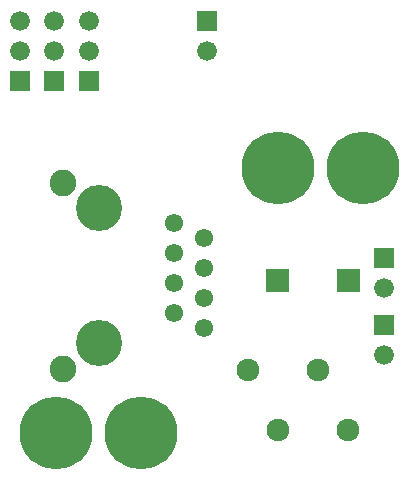
<source format=gbr>
G04 start of page 7 for group -4062 idx -4062 *
G04 Title: (unknown), soldermask *
G04 Creator: pcb 20140316 *
G04 CreationDate: Fri 25 Mar 2016 01:42:07 PM GMT UTC *
G04 For: commonadmin *
G04 Format: Gerber/RS-274X *
G04 PCB-Dimensions (mil): 1410.00 1650.00 *
G04 PCB-Coordinate-Origin: lower left *
%MOIN*%
%FSLAX25Y25*%
%LNBOTTOMMASK*%
%ADD79C,0.0887*%
%ADD78C,0.1536*%
%ADD77C,0.0611*%
%ADD76C,0.0759*%
%ADD75C,0.2422*%
%ADD74C,0.0660*%
%ADD73C,0.0001*%
G54D73*G36*
X124700Y82800D02*Y76200D01*
X131300D01*
Y82800D01*
X124700D01*
G37*
G54D74*X128000Y69500D03*
G54D73*G36*
X124700Y60300D02*Y53700D01*
X131300D01*
Y60300D01*
X124700D01*
G37*
G54D74*X128000Y47000D03*
G54D75*X120846Y109500D03*
X92500D03*
G54D73*G36*
X112203Y75797D02*Y68203D01*
X119797D01*
Y75797D01*
X112203D01*
G37*
G54D76*X106000Y42000D03*
G54D75*X18500Y21000D03*
X46846D03*
G54D76*X92500Y22000D03*
X116000D03*
G54D73*G36*
X26200Y141800D02*Y135200D01*
X32800D01*
Y141800D01*
X26200D01*
G37*
G36*
X14700D02*Y135200D01*
X21300D01*
Y141800D01*
X14700D01*
G37*
G36*
X3200D02*Y135200D01*
X9800D01*
Y141800D01*
X3200D01*
G37*
G54D74*X29500Y148500D03*
X18000D03*
X6500D03*
X69000D03*
X29500Y158500D03*
X18000D03*
X6500D03*
G54D73*G36*
X65700Y161800D02*Y155200D01*
X72300D01*
Y161800D01*
X65700D01*
G37*
G54D77*X68000Y86000D03*
X58000Y91000D03*
Y81000D03*
X68000Y76000D03*
Y66000D03*
X58000Y71000D03*
Y61000D03*
G54D78*X33000Y96000D03*
Y51000D03*
G54D79*X20992Y104543D03*
Y42535D03*
G54D77*X68000Y56000D03*
G54D73*G36*
X88703Y75797D02*Y68203D01*
X96297D01*
Y75797D01*
X88703D01*
G37*
G54D76*X82500Y42000D03*
M02*

</source>
